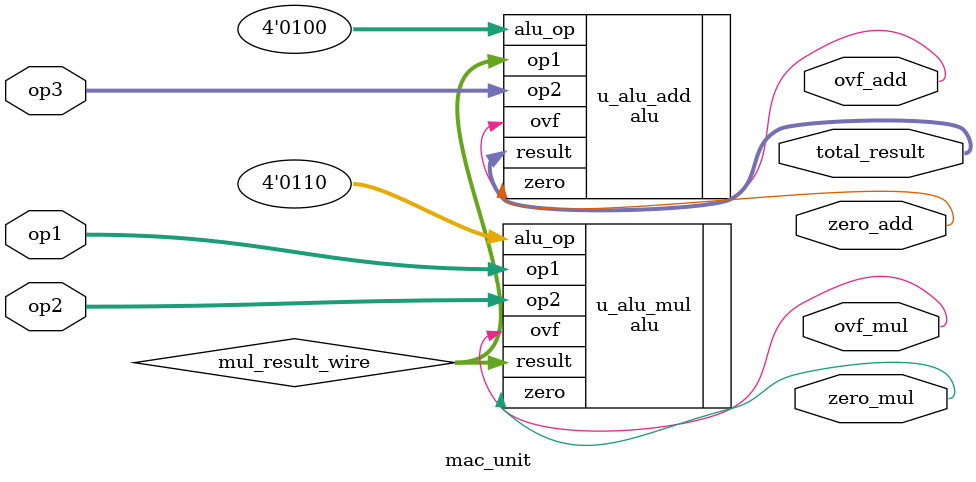
<source format=sv>

module mac_unit (
    // --- Είσοδοι ---
    // Όπως ορίζονται στον πίνακα
    input signed [31:0] op1, // Πρώτη είσοδος στον πολλαπλασιασμό
    input signed [31:0] op2, // Δεύτερη είσοδος στον πολλαπλασιασμό
    input signed [31:0] op3, // Είσοδος στην πρόσθεση (bias)

    // --- Έξοδοι ---
    // Όπως ορίζονται στον πίνακα
    output signed [31:0] total_result, // Το τελικό αποτέλεσμα
    output logic         zero_mul,     // 1 αν (op1 * op2) == 0
    output logic         ovf_mul,      // 1 αν ο πολλαπλασιασμός υπερχείλισε
    output logic         zero_add,     // 1 αν το total_result == 0
    output logic         ovf_add       // 1 αν η πρόσθεση υπερχείλισε
);

    // --- 1. Σταθερές για τις Πράξεις της ALU ---
    // Αυτές οι τιμές πρέπει να ταιριάζουν με το 'alu.sv'
    localparam [3:0] ALUOP_SUM = 4'b0100; // Κωδικός Πρόσθεσης
    localparam [3:0] ALUOP_MUL = 4'b0110; // Κωδικός Πολλαπλασιασμού

    // --- 2. Ενδιάμεσα Σήματα ---
    // Αυτό το wire θα συνδέσει την έξοδο της 1ης ALU (MUL)
    // με την είσοδο της 2ης ALU (ADD).
    wire signed [31:0] mul_result_wire;

    // --- 3. Σύνδεση των Modules ---

    // Βήμα Α: Πολλαπλασιασμός (op1 * op2)
    // "η πρώτη θα εκτελεί πάντα την πράξη του πολλαπλασιασμού"
    alu u_alu_mul (
        .op1(op1),
        .op2(op2),
        .alu_op(ALUOP_MUL),

        // Έξοδοι Πολλαπλασιασμού
        .result(mul_result_wire), // Το αποτέλεσμα πάει στο επόμενο βήμα
        .zero(zero_mul),          // Έξοδος 'zero_mul' του MAC
        .ovf(ovf_mul)             // Έξοδος 'ovf_mul' του MAC
    );

    // Βήμα Β: Πρόσθεση ( [αποτέλεσμα πολλαπλασιασμού] + op3 )
    // "η δεύτερη πάντα την πράξη της πρόσθεσης"
    alu u_alu_add (
        .op1(mul_result_wire), // Είσοδος 1 = Το αποτέλεσμα του u_alu_mul
        .op2(op3),
        .alu_op(ALUOP_SUM),

        // Τελικές Έξοδοι
        .result(total_result),    // Έξοδος 'total_result' του MAC
        .zero(zero_add),          // Έξοδος 'zero_add' του MAC
        .ovf(ovf_add)             // Έξοδος 'ovf_add' του MAC
    );

endmodule

</source>
